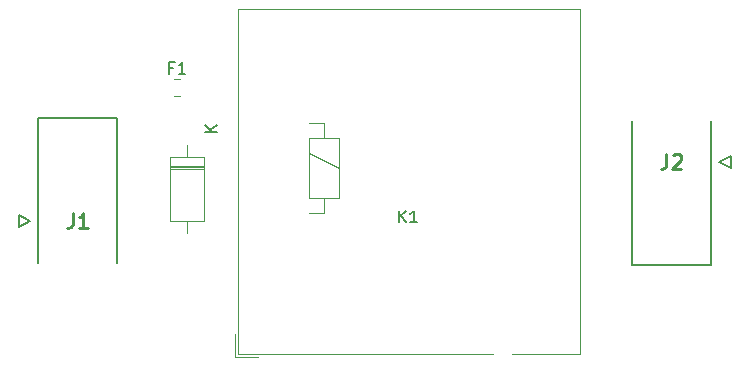
<source format=gbr>
From 20a29b6544fa6c74cbc5f6b4cca444fe2823eb3a Mon Sep 17 00:00:00 2001
From: Joshua Drake <joshua.ellis.drake@gmail.com>
Date: Wed, 31 Jan 2024 11:58:03 -0600
Subject: Added Daughter Board

---
 RBDaughter/Outputs/RBDaughter-F_Silkscreen.gbr | 199 +++++++++++++++++++++++++
 1 file changed, 199 insertions(+)
 create mode 100644 RBDaughter/Outputs/RBDaughter-F_Silkscreen.gbr

(limited to 'RBDaughter/Outputs/RBDaughter-F_Silkscreen.gbr')

diff --git a/RBDaughter/Outputs/RBDaughter-F_Silkscreen.gbr b/RBDaughter/Outputs/RBDaughter-F_Silkscreen.gbr
new file mode 100644
index 0000000..9571f4d
--- /dev/null
+++ b/RBDaughter/Outputs/RBDaughter-F_Silkscreen.gbr
@@ -0,0 +1,199 @@
+%TF.GenerationSoftware,KiCad,Pcbnew,7.0.10*%
+%TF.CreationDate,2024-01-31T01:51:46-06:00*%
+%TF.ProjectId,RBDaughter,52424461-7567-4687-9465-722e6b696361,rev?*%
+%TF.SameCoordinates,Original*%
+%TF.FileFunction,Legend,Top*%
+%TF.FilePolarity,Positive*%
+%FSLAX46Y46*%
+G04 Gerber Fmt 4.6, Leading zero omitted, Abs format (unit mm)*
+G04 Created by KiCad (PCBNEW 7.0.10) date 2024-01-31 01:51:46*
+%MOMM*%
+%LPD*%
+G01*
+G04 APERTURE LIST*
+%ADD10C,0.150000*%
+%ADD11C,0.254000*%
+%ADD12C,0.120000*%
+%ADD13C,0.127000*%
+G04 APERTURE END LIST*
+D10*
+X68829166Y-74981009D02*
+X68495833Y-74981009D01*
+X68495833Y-75504819D02*
+X68495833Y-74504819D01*
+X68495833Y-74504819D02*
+X68972023Y-74504819D01*
+X69876785Y-75504819D02*
+X69305357Y-75504819D01*
+X69591071Y-75504819D02*
+X69591071Y-74504819D01*
+X69591071Y-74504819D02*
+X69495833Y-74647676D01*
+X69495833Y-74647676D02*
+X69400595Y-74742914D01*
+X69400595Y-74742914D02*
+X69305357Y-74790533D01*
+D11*
+X110604917Y-82298918D02*
+X110604917Y-83206061D01*
+X110604917Y-83206061D02*
+X110544440Y-83387489D01*
+X110544440Y-83387489D02*
+X110423488Y-83508442D01*
+X110423488Y-83508442D02*
+X110242059Y-83568918D01*
+X110242059Y-83568918D02*
+X110121107Y-83568918D01*
+X111149202Y-82419870D02*
+X111209678Y-82359394D01*
+X111209678Y-82359394D02*
+X111330631Y-82298918D01*
+X111330631Y-82298918D02*
+X111633012Y-82298918D01*
+X111633012Y-82298918D02*
+X111753964Y-82359394D01*
+X111753964Y-82359394D02*
+X111814440Y-82419870D01*
+X111814440Y-82419870D02*
+X111874917Y-82540822D01*
+X111874917Y-82540822D02*
+X111874917Y-82661775D01*
+X111874917Y-82661775D02*
+X111814440Y-82843203D01*
+X111814440Y-82843203D02*
+X111088726Y-83568918D01*
+X111088726Y-83568918D02*
+X111874917Y-83568918D01*
+X60326667Y-87309718D02*
+X60326667Y-88216861D01*
+X60326667Y-88216861D02*
+X60266190Y-88398289D01*
+X60266190Y-88398289D02*
+X60145238Y-88519242D01*
+X60145238Y-88519242D02*
+X59963809Y-88579718D01*
+X59963809Y-88579718D02*
+X59842857Y-88579718D01*
+X61596667Y-88579718D02*
+X60870952Y-88579718D01*
+X61233809Y-88579718D02*
+X61233809Y-87309718D01*
+X61233809Y-87309718D02*
+X61112857Y-87491146D01*
+X61112857Y-87491146D02*
+X60991905Y-87612099D01*
+X60991905Y-87612099D02*
+X60870952Y-87672575D01*
+D10*
+X72554819Y-80431904D02*
+X71554819Y-80431904D01*
+X72554819Y-79860476D02*
+X71983390Y-80289047D01*
+X71554819Y-79860476D02*
+X72126247Y-80431904D01*
+X87961905Y-88084819D02*
+X87961905Y-87084819D01*
+X88533333Y-88084819D02*
+X88104762Y-87513390D01*
+X88533333Y-87084819D02*
+X87961905Y-87656247D01*
+X89485714Y-88084819D02*
+X88914286Y-88084819D01*
+X89200000Y-88084819D02*
+X89200000Y-87084819D01*
+X89200000Y-87084819D02*
+X89104762Y-87227676D01*
+X89104762Y-87227676D02*
+X89009524Y-87322914D01*
+X89009524Y-87322914D02*
+X88914286Y-87370533D01*
+D12*
+%TO.C,F1*%
+X68903922Y-75990000D02*
+X69421078Y-75990000D01*
+X68903922Y-77410000D02*
+X69421078Y-77410000D01*
+D13*
+%TO.C,J2*%
+X107703250Y-91714600D02*
+X107703250Y-79474600D01*
+X114353250Y-79474600D02*
+X114353250Y-91714600D01*
+X114353250Y-91714600D02*
+X107703250Y-91714600D01*
+X115028250Y-82994600D02*
+X116028250Y-82494600D01*
+X116028250Y-82494600D02*
+X116028250Y-83494600D01*
+X116028250Y-83494600D02*
+X115028250Y-82994600D01*
+%TO.C,J1*%
+X64075000Y-79285400D02*
+X64075000Y-91525400D01*
+X57425000Y-91525400D02*
+X57425000Y-79285400D01*
+X57425000Y-79285400D02*
+X64075000Y-79285400D01*
+X56750000Y-88005400D02*
+X55750000Y-88505400D01*
+X55750000Y-88505400D02*
+X55750000Y-87505400D01*
+X55750000Y-87505400D02*
+X56750000Y-88005400D01*
+D12*
+%TO.C,D1*%
+X71470000Y-87970000D02*
+X71470000Y-82530000D01*
+X70000000Y-81510000D02*
+X70000000Y-82530000D01*
+X68530000Y-87970000D02*
+X71470000Y-87970000D01*
+X71470000Y-83310000D02*
+X68530000Y-83310000D01*
+X71470000Y-82530000D02*
+X68530000Y-82530000D01*
+X70000000Y-88990000D02*
+X70000000Y-87970000D01*
+X68530000Y-82530000D02*
+X68530000Y-87970000D01*
+X71470000Y-83550000D02*
+X68530000Y-83550000D01*
+X71470000Y-83430000D02*
+X68530000Y-83430000D01*
+%TO.C,K1*%
+X74100000Y-99450000D02*
+X74100000Y-97550000D01*
+X74300000Y-70050000D02*
+X103300000Y-70050000D01*
+X74300000Y-99250000D02*
+X74300000Y-70050000D01*
+X76050000Y-99450000D02*
+X74100000Y-99450000D01*
+X80300000Y-79710000D02*
+X81570000Y-79710000D01*
+X80300000Y-80980000D02*
+X81570000Y-80980000D01*
+X80300000Y-82250000D02*
+X82840000Y-83520000D01*
+X80300000Y-86060000D02*
+X80300000Y-80980000D01*
+X81570000Y-79710000D02*
+X81570000Y-80980000D01*
+X81570000Y-80980000D02*
+X82840000Y-80980000D01*
+X81570000Y-86060000D02*
+X81570000Y-87330000D01*
+X81570000Y-87330000D02*
+X80300000Y-87330000D01*
+X82840000Y-80980000D02*
+X82840000Y-86060000D01*
+X82840000Y-86060000D02*
+X80300000Y-86060000D01*
+X95900000Y-99250000D02*
+X74300000Y-99250000D01*
+X103250000Y-99250000D02*
+X97500000Y-99250000D01*
+X103300000Y-70050000D02*
+X103300000Y-99250000D01*
+%TD*%
+M02*
-- 
cgit v1.2.3


</source>
